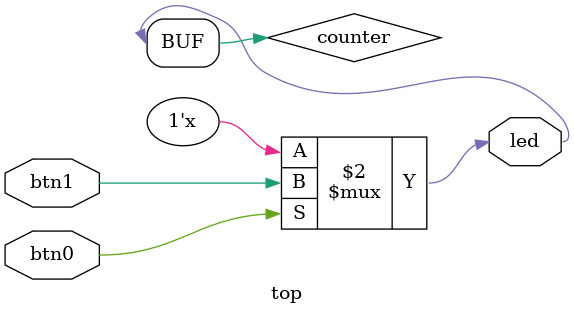
<source format=v>
module top(input wire btn0, input wire btn1, output wire led);
    reg counter;
	always @*
		if ( btn0 )
			counter <= btn1;
    assign led = counter;
endmodule

</source>
